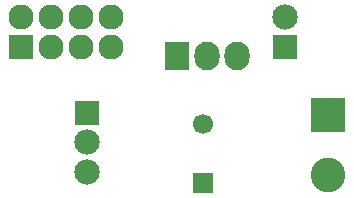
<source format=gbr>
G04 #@! TF.FileFunction,Soldermask,Top*
%FSLAX46Y46*%
G04 Gerber Fmt 4.6, Leading zero omitted, Abs format (unit mm)*
G04 Created by KiCad (PCBNEW 4.0.3+e1-6302~38~ubuntu15.04.1-stable) date Sun Oct 23 08:05:09 2016*
%MOMM*%
%LPD*%
G01*
G04 APERTURE LIST*
%ADD10C,0.100000*%
%ADD11R,2.127200X2.127200*%
%ADD12O,2.127200X2.127200*%
%ADD13R,2.150000X2.150000*%
%ADD14C,2.150000*%
%ADD15R,1.700000X1.700000*%
%ADD16C,1.700000*%
%ADD17R,2.940000X2.940000*%
%ADD18C,2.940000*%
%ADD19R,2.127200X2.432000*%
%ADD20O,2.127200X2.432000*%
G04 APERTURE END LIST*
D10*
D11*
X132588000Y-99060000D03*
D12*
X132588000Y-96520000D03*
X135128000Y-99060000D03*
X135128000Y-96520000D03*
X137668000Y-99060000D03*
X137668000Y-96520000D03*
X140208000Y-99060000D03*
X140208000Y-96520000D03*
D13*
X138176000Y-104648000D03*
D14*
X138176000Y-107148000D03*
X138176000Y-109648000D03*
D15*
X148000000Y-110600000D03*
D16*
X148000000Y-105600000D03*
D17*
X158600000Y-104860000D03*
D18*
X158600000Y-109940000D03*
D13*
X154940000Y-99060000D03*
D14*
X154940000Y-96560000D03*
D19*
X145796000Y-99822000D03*
D20*
X148336000Y-99822000D03*
X150876000Y-99822000D03*
M02*

</source>
